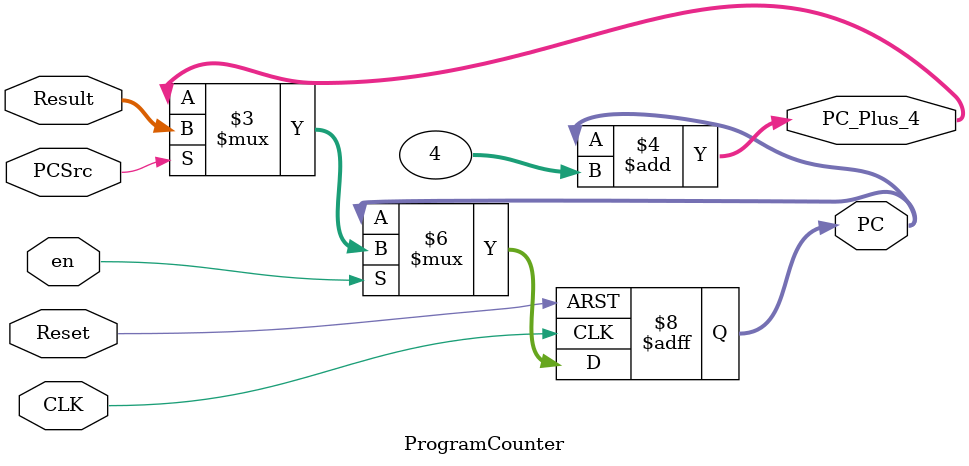
<source format=v>
module ProgramCounter(
    input CLK,
    input Reset,
    input PCSrc,
    input [31:0] Result,
    input en,
    
    output reg [31:0] PC,
    output [31:0] PC_Plus_4
); 

// fill your Verilog code here

    always @(posedge CLK or posedge Reset) begin
        if(Reset) PC <= 0;
        else if(~en) PC <= PC;
        else PC <= (PCSrc) ? Result : PC_Plus_4;
    end

    assign PC_Plus_4 = PC + 32'd4; 

endmodule
</source>
